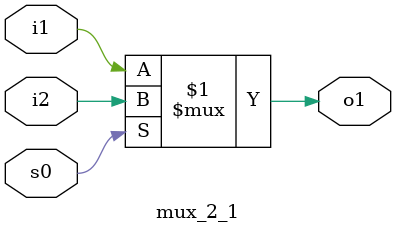
<source format=v>
`timescale 1ns / 1ps
`ifndef mux_2_1
`define mux_2_1

module mux_2_1(
    input i1,
    input i2,
    input s0,
    output o1
    );
	assign o1 = s0 ? i2 : i1;

endmodule

`endif 
</source>
